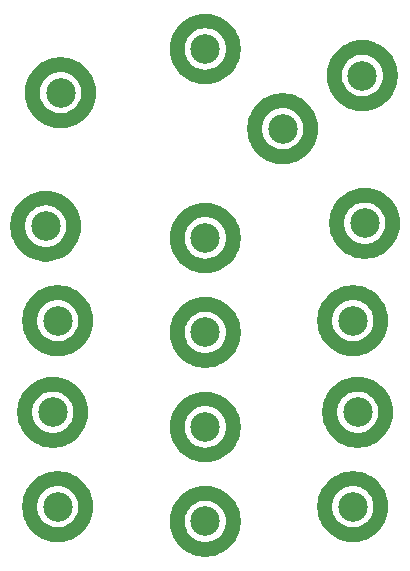
<source format=gtp>
%TF.GenerationSoftware,KiCad,Pcbnew,(5.1.9)-1*%
%TF.CreationDate,2021-01-14T19:29:22+00:00*%
%TF.ProjectId,Nokia_3310_Controller,4e6f6b69-615f-4333-9331-305f436f6e74,rev?*%
%TF.SameCoordinates,Original*%
%TF.FileFunction,Paste,Top*%
%TF.FilePolarity,Positive*%
%FSLAX46Y46*%
G04 Gerber Fmt 4.6, Leading zero omitted, Abs format (unit mm)*
G04 Created by KiCad (PCBNEW (5.1.9)-1) date 2021-01-14 19:29:22*
%MOMM*%
%LPD*%
G01*
G04 APERTURE LIST*
%ADD10C,0.100000*%
%ADD11C,2.500000*%
G04 APERTURE END LIST*
D10*
%TO.C,SW10*%
G36*
X168440191Y-130032470D02*
G01*
X168728941Y-130089906D01*
X169010670Y-130175368D01*
X169282665Y-130288032D01*
X169542308Y-130426814D01*
X169787098Y-130590377D01*
X170014677Y-130777147D01*
X170222853Y-130985323D01*
X170409623Y-131212902D01*
X170573186Y-131457692D01*
X170711968Y-131717335D01*
X170824632Y-131989330D01*
X170910094Y-132271059D01*
X170967530Y-132559809D01*
X170996386Y-132852797D01*
X170996386Y-132940285D01*
X170999247Y-132969333D01*
X170999247Y-133030667D01*
X170996386Y-133059715D01*
X170996386Y-133147203D01*
X170967530Y-133440191D01*
X170910094Y-133728941D01*
X170824632Y-134010670D01*
X170711968Y-134282665D01*
X170573186Y-134542308D01*
X170409623Y-134787098D01*
X170222853Y-135014677D01*
X170014677Y-135222853D01*
X169787098Y-135409623D01*
X169542308Y-135573186D01*
X169282665Y-135711968D01*
X169010670Y-135824632D01*
X168728941Y-135910094D01*
X168440191Y-135967530D01*
X168147203Y-135996386D01*
X167852797Y-135996386D01*
X167559809Y-135967530D01*
X167271059Y-135910094D01*
X166989330Y-135824632D01*
X166717335Y-135711968D01*
X166457692Y-135573186D01*
X166212902Y-135409623D01*
X165985323Y-135222853D01*
X165777147Y-135014677D01*
X165590377Y-134787098D01*
X165426814Y-134542308D01*
X165288032Y-134282665D01*
X165175368Y-134010670D01*
X165089906Y-133728941D01*
X165032470Y-133440191D01*
X165003614Y-133147203D01*
X165003614Y-132914132D01*
X166252108Y-132914132D01*
X166252108Y-133085868D01*
X166268941Y-133256778D01*
X166302445Y-133425215D01*
X166352298Y-133589557D01*
X166418019Y-133748221D01*
X166498975Y-133899680D01*
X166594387Y-134042474D01*
X166703336Y-134175228D01*
X166824772Y-134296664D01*
X166957526Y-134405613D01*
X167100320Y-134501025D01*
X167251779Y-134581981D01*
X167410443Y-134647702D01*
X167574785Y-134697555D01*
X167743222Y-134731059D01*
X167914132Y-134747892D01*
X168085868Y-134747892D01*
X168256778Y-134731059D01*
X168425215Y-134697555D01*
X168589557Y-134647702D01*
X168748221Y-134581981D01*
X168899680Y-134501025D01*
X169042474Y-134405613D01*
X169175228Y-134296664D01*
X169296664Y-134175228D01*
X169405613Y-134042474D01*
X169501025Y-133899680D01*
X169581981Y-133748221D01*
X169647702Y-133589557D01*
X169697555Y-133425215D01*
X169731059Y-133256778D01*
X169747892Y-133085868D01*
X169747892Y-132914132D01*
X169731059Y-132743222D01*
X169697555Y-132574785D01*
X169647702Y-132410443D01*
X169581981Y-132251779D01*
X169501025Y-132100320D01*
X169405613Y-131957526D01*
X169296664Y-131824772D01*
X169175228Y-131703336D01*
X169042474Y-131594387D01*
X168899680Y-131498975D01*
X168748221Y-131418019D01*
X168589557Y-131352298D01*
X168425215Y-131302445D01*
X168256778Y-131268941D01*
X168085868Y-131252108D01*
X167914132Y-131252108D01*
X167743222Y-131268941D01*
X167574785Y-131302445D01*
X167410443Y-131352298D01*
X167251779Y-131418019D01*
X167100320Y-131498975D01*
X166957526Y-131594387D01*
X166824772Y-131703336D01*
X166703336Y-131824772D01*
X166594387Y-131957526D01*
X166498975Y-132100320D01*
X166418019Y-132251779D01*
X166352298Y-132410443D01*
X166302445Y-132574785D01*
X166268941Y-132743222D01*
X166252108Y-132914132D01*
X165003614Y-132914132D01*
X165003614Y-132852797D01*
X165032470Y-132559809D01*
X165089906Y-132271059D01*
X165175368Y-131989330D01*
X165288032Y-131717335D01*
X165426814Y-131457692D01*
X165590377Y-131212902D01*
X165777147Y-130985323D01*
X165985323Y-130777147D01*
X166212902Y-130590377D01*
X166457692Y-130426814D01*
X166717335Y-130288032D01*
X166989330Y-130175368D01*
X167271059Y-130089906D01*
X167559809Y-130032470D01*
X167852797Y-130003614D01*
X168147203Y-130003614D01*
X168440191Y-130032470D01*
G37*
D11*
X168000000Y-133000000D03*
%TD*%
%TO.C,SW1*%
X143250000Y-113700000D03*
D10*
G36*
X143690191Y-110732470D02*
G01*
X143978941Y-110789906D01*
X144260670Y-110875368D01*
X144532665Y-110988032D01*
X144792308Y-111126814D01*
X145037098Y-111290377D01*
X145264677Y-111477147D01*
X145472853Y-111685323D01*
X145659623Y-111912902D01*
X145823186Y-112157692D01*
X145961968Y-112417335D01*
X146074632Y-112689330D01*
X146160094Y-112971059D01*
X146217530Y-113259809D01*
X146246386Y-113552797D01*
X146246386Y-113640285D01*
X146249247Y-113669333D01*
X146249247Y-113730667D01*
X146246386Y-113759715D01*
X146246386Y-113847203D01*
X146217530Y-114140191D01*
X146160094Y-114428941D01*
X146074632Y-114710670D01*
X145961968Y-114982665D01*
X145823186Y-115242308D01*
X145659623Y-115487098D01*
X145472853Y-115714677D01*
X145264677Y-115922853D01*
X145037098Y-116109623D01*
X144792308Y-116273186D01*
X144532665Y-116411968D01*
X144260670Y-116524632D01*
X143978941Y-116610094D01*
X143690191Y-116667530D01*
X143397203Y-116696386D01*
X143102797Y-116696386D01*
X142809809Y-116667530D01*
X142521059Y-116610094D01*
X142239330Y-116524632D01*
X141967335Y-116411968D01*
X141707692Y-116273186D01*
X141462902Y-116109623D01*
X141235323Y-115922853D01*
X141027147Y-115714677D01*
X140840377Y-115487098D01*
X140676814Y-115242308D01*
X140538032Y-114982665D01*
X140425368Y-114710670D01*
X140339906Y-114428941D01*
X140282470Y-114140191D01*
X140253614Y-113847203D01*
X140253614Y-113614132D01*
X141502108Y-113614132D01*
X141502108Y-113785868D01*
X141518941Y-113956778D01*
X141552445Y-114125215D01*
X141602298Y-114289557D01*
X141668019Y-114448221D01*
X141748975Y-114599680D01*
X141844387Y-114742474D01*
X141953336Y-114875228D01*
X142074772Y-114996664D01*
X142207526Y-115105613D01*
X142350320Y-115201025D01*
X142501779Y-115281981D01*
X142660443Y-115347702D01*
X142824785Y-115397555D01*
X142993222Y-115431059D01*
X143164132Y-115447892D01*
X143335868Y-115447892D01*
X143506778Y-115431059D01*
X143675215Y-115397555D01*
X143839557Y-115347702D01*
X143998221Y-115281981D01*
X144149680Y-115201025D01*
X144292474Y-115105613D01*
X144425228Y-114996664D01*
X144546664Y-114875228D01*
X144655613Y-114742474D01*
X144751025Y-114599680D01*
X144831981Y-114448221D01*
X144897702Y-114289557D01*
X144947555Y-114125215D01*
X144981059Y-113956778D01*
X144997892Y-113785868D01*
X144997892Y-113614132D01*
X144981059Y-113443222D01*
X144947555Y-113274785D01*
X144897702Y-113110443D01*
X144831981Y-112951779D01*
X144751025Y-112800320D01*
X144655613Y-112657526D01*
X144546664Y-112524772D01*
X144425228Y-112403336D01*
X144292474Y-112294387D01*
X144149680Y-112198975D01*
X143998221Y-112118019D01*
X143839557Y-112052298D01*
X143675215Y-112002445D01*
X143506778Y-111968941D01*
X143335868Y-111952108D01*
X143164132Y-111952108D01*
X142993222Y-111968941D01*
X142824785Y-112002445D01*
X142660443Y-112052298D01*
X142501779Y-112118019D01*
X142350320Y-112198975D01*
X142207526Y-112294387D01*
X142074772Y-112403336D01*
X141953336Y-112524772D01*
X141844387Y-112657526D01*
X141748975Y-112800320D01*
X141668019Y-112951779D01*
X141602298Y-113110443D01*
X141552445Y-113274785D01*
X141518941Y-113443222D01*
X141502108Y-113614132D01*
X140253614Y-113614132D01*
X140253614Y-113552797D01*
X140282470Y-113259809D01*
X140339906Y-112971059D01*
X140425368Y-112689330D01*
X140538032Y-112417335D01*
X140676814Y-112157692D01*
X140840377Y-111912902D01*
X141027147Y-111685323D01*
X141235323Y-111477147D01*
X141462902Y-111290377D01*
X141707692Y-111126814D01*
X141967335Y-110988032D01*
X142239330Y-110875368D01*
X142521059Y-110789906D01*
X142809809Y-110732470D01*
X143102797Y-110703614D01*
X143397203Y-110703614D01*
X143690191Y-110732470D01*
G37*
%TD*%
%TO.C,SW2*%
G36*
X155940191Y-107032470D02*
G01*
X156228941Y-107089906D01*
X156510670Y-107175368D01*
X156782665Y-107288032D01*
X157042308Y-107426814D01*
X157287098Y-107590377D01*
X157514677Y-107777147D01*
X157722853Y-107985323D01*
X157909623Y-108212902D01*
X158073186Y-108457692D01*
X158211968Y-108717335D01*
X158324632Y-108989330D01*
X158410094Y-109271059D01*
X158467530Y-109559809D01*
X158496386Y-109852797D01*
X158496386Y-109940285D01*
X158499247Y-109969333D01*
X158499247Y-110030667D01*
X158496386Y-110059715D01*
X158496386Y-110147203D01*
X158467530Y-110440191D01*
X158410094Y-110728941D01*
X158324632Y-111010670D01*
X158211968Y-111282665D01*
X158073186Y-111542308D01*
X157909623Y-111787098D01*
X157722853Y-112014677D01*
X157514677Y-112222853D01*
X157287098Y-112409623D01*
X157042308Y-112573186D01*
X156782665Y-112711968D01*
X156510670Y-112824632D01*
X156228941Y-112910094D01*
X155940191Y-112967530D01*
X155647203Y-112996386D01*
X155352797Y-112996386D01*
X155059809Y-112967530D01*
X154771059Y-112910094D01*
X154489330Y-112824632D01*
X154217335Y-112711968D01*
X153957692Y-112573186D01*
X153712902Y-112409623D01*
X153485323Y-112222853D01*
X153277147Y-112014677D01*
X153090377Y-111787098D01*
X152926814Y-111542308D01*
X152788032Y-111282665D01*
X152675368Y-111010670D01*
X152589906Y-110728941D01*
X152532470Y-110440191D01*
X152503614Y-110147203D01*
X152503614Y-109914132D01*
X153752108Y-109914132D01*
X153752108Y-110085868D01*
X153768941Y-110256778D01*
X153802445Y-110425215D01*
X153852298Y-110589557D01*
X153918019Y-110748221D01*
X153998975Y-110899680D01*
X154094387Y-111042474D01*
X154203336Y-111175228D01*
X154324772Y-111296664D01*
X154457526Y-111405613D01*
X154600320Y-111501025D01*
X154751779Y-111581981D01*
X154910443Y-111647702D01*
X155074785Y-111697555D01*
X155243222Y-111731059D01*
X155414132Y-111747892D01*
X155585868Y-111747892D01*
X155756778Y-111731059D01*
X155925215Y-111697555D01*
X156089557Y-111647702D01*
X156248221Y-111581981D01*
X156399680Y-111501025D01*
X156542474Y-111405613D01*
X156675228Y-111296664D01*
X156796664Y-111175228D01*
X156905613Y-111042474D01*
X157001025Y-110899680D01*
X157081981Y-110748221D01*
X157147702Y-110589557D01*
X157197555Y-110425215D01*
X157231059Y-110256778D01*
X157247892Y-110085868D01*
X157247892Y-109914132D01*
X157231059Y-109743222D01*
X157197555Y-109574785D01*
X157147702Y-109410443D01*
X157081981Y-109251779D01*
X157001025Y-109100320D01*
X156905613Y-108957526D01*
X156796664Y-108824772D01*
X156675228Y-108703336D01*
X156542474Y-108594387D01*
X156399680Y-108498975D01*
X156248221Y-108418019D01*
X156089557Y-108352298D01*
X155925215Y-108302445D01*
X155756778Y-108268941D01*
X155585868Y-108252108D01*
X155414132Y-108252108D01*
X155243222Y-108268941D01*
X155074785Y-108302445D01*
X154910443Y-108352298D01*
X154751779Y-108418019D01*
X154600320Y-108498975D01*
X154457526Y-108594387D01*
X154324772Y-108703336D01*
X154203336Y-108824772D01*
X154094387Y-108957526D01*
X153998975Y-109100320D01*
X153918019Y-109251779D01*
X153852298Y-109410443D01*
X153802445Y-109574785D01*
X153768941Y-109743222D01*
X153752108Y-109914132D01*
X152503614Y-109914132D01*
X152503614Y-109852797D01*
X152532470Y-109559809D01*
X152589906Y-109271059D01*
X152675368Y-108989330D01*
X152788032Y-108717335D01*
X152926814Y-108457692D01*
X153090377Y-108212902D01*
X153277147Y-107985323D01*
X153485323Y-107777147D01*
X153712902Y-107590377D01*
X153957692Y-107426814D01*
X154217335Y-107288032D01*
X154489330Y-107175368D01*
X154771059Y-107089906D01*
X155059809Y-107032470D01*
X155352797Y-107003614D01*
X155647203Y-107003614D01*
X155940191Y-107032470D01*
G37*
D11*
X155500000Y-110000000D03*
%TD*%
%TO.C,SW3*%
X168800000Y-112250000D03*
D10*
G36*
X169240191Y-109282470D02*
G01*
X169528941Y-109339906D01*
X169810670Y-109425368D01*
X170082665Y-109538032D01*
X170342308Y-109676814D01*
X170587098Y-109840377D01*
X170814677Y-110027147D01*
X171022853Y-110235323D01*
X171209623Y-110462902D01*
X171373186Y-110707692D01*
X171511968Y-110967335D01*
X171624632Y-111239330D01*
X171710094Y-111521059D01*
X171767530Y-111809809D01*
X171796386Y-112102797D01*
X171796386Y-112190285D01*
X171799247Y-112219333D01*
X171799247Y-112280667D01*
X171796386Y-112309715D01*
X171796386Y-112397203D01*
X171767530Y-112690191D01*
X171710094Y-112978941D01*
X171624632Y-113260670D01*
X171511968Y-113532665D01*
X171373186Y-113792308D01*
X171209623Y-114037098D01*
X171022853Y-114264677D01*
X170814677Y-114472853D01*
X170587098Y-114659623D01*
X170342308Y-114823186D01*
X170082665Y-114961968D01*
X169810670Y-115074632D01*
X169528941Y-115160094D01*
X169240191Y-115217530D01*
X168947203Y-115246386D01*
X168652797Y-115246386D01*
X168359809Y-115217530D01*
X168071059Y-115160094D01*
X167789330Y-115074632D01*
X167517335Y-114961968D01*
X167257692Y-114823186D01*
X167012902Y-114659623D01*
X166785323Y-114472853D01*
X166577147Y-114264677D01*
X166390377Y-114037098D01*
X166226814Y-113792308D01*
X166088032Y-113532665D01*
X165975368Y-113260670D01*
X165889906Y-112978941D01*
X165832470Y-112690191D01*
X165803614Y-112397203D01*
X165803614Y-112164132D01*
X167052108Y-112164132D01*
X167052108Y-112335868D01*
X167068941Y-112506778D01*
X167102445Y-112675215D01*
X167152298Y-112839557D01*
X167218019Y-112998221D01*
X167298975Y-113149680D01*
X167394387Y-113292474D01*
X167503336Y-113425228D01*
X167624772Y-113546664D01*
X167757526Y-113655613D01*
X167900320Y-113751025D01*
X168051779Y-113831981D01*
X168210443Y-113897702D01*
X168374785Y-113947555D01*
X168543222Y-113981059D01*
X168714132Y-113997892D01*
X168885868Y-113997892D01*
X169056778Y-113981059D01*
X169225215Y-113947555D01*
X169389557Y-113897702D01*
X169548221Y-113831981D01*
X169699680Y-113751025D01*
X169842474Y-113655613D01*
X169975228Y-113546664D01*
X170096664Y-113425228D01*
X170205613Y-113292474D01*
X170301025Y-113149680D01*
X170381981Y-112998221D01*
X170447702Y-112839557D01*
X170497555Y-112675215D01*
X170531059Y-112506778D01*
X170547892Y-112335868D01*
X170547892Y-112164132D01*
X170531059Y-111993222D01*
X170497555Y-111824785D01*
X170447702Y-111660443D01*
X170381981Y-111501779D01*
X170301025Y-111350320D01*
X170205613Y-111207526D01*
X170096664Y-111074772D01*
X169975228Y-110953336D01*
X169842474Y-110844387D01*
X169699680Y-110748975D01*
X169548221Y-110668019D01*
X169389557Y-110602298D01*
X169225215Y-110552445D01*
X169056778Y-110518941D01*
X168885868Y-110502108D01*
X168714132Y-110502108D01*
X168543222Y-110518941D01*
X168374785Y-110552445D01*
X168210443Y-110602298D01*
X168051779Y-110668019D01*
X167900320Y-110748975D01*
X167757526Y-110844387D01*
X167624772Y-110953336D01*
X167503336Y-111074772D01*
X167394387Y-111207526D01*
X167298975Y-111350320D01*
X167218019Y-111501779D01*
X167152298Y-111660443D01*
X167102445Y-111824785D01*
X167068941Y-111993222D01*
X167052108Y-112164132D01*
X165803614Y-112164132D01*
X165803614Y-112102797D01*
X165832470Y-111809809D01*
X165889906Y-111521059D01*
X165975368Y-111239330D01*
X166088032Y-110967335D01*
X166226814Y-110707692D01*
X166390377Y-110462902D01*
X166577147Y-110235323D01*
X166785323Y-110027147D01*
X167012902Y-109840377D01*
X167257692Y-109676814D01*
X167517335Y-109538032D01*
X167789330Y-109425368D01*
X168071059Y-109339906D01*
X168359809Y-109282470D01*
X168652797Y-109253614D01*
X168947203Y-109253614D01*
X169240191Y-109282470D01*
G37*
%TD*%
%TO.C,SW4*%
G36*
X162490191Y-113782470D02*
G01*
X162778941Y-113839906D01*
X163060670Y-113925368D01*
X163332665Y-114038032D01*
X163592308Y-114176814D01*
X163837098Y-114340377D01*
X164064677Y-114527147D01*
X164272853Y-114735323D01*
X164459623Y-114962902D01*
X164623186Y-115207692D01*
X164761968Y-115467335D01*
X164874632Y-115739330D01*
X164960094Y-116021059D01*
X165017530Y-116309809D01*
X165046386Y-116602797D01*
X165046386Y-116690285D01*
X165049247Y-116719333D01*
X165049247Y-116780667D01*
X165046386Y-116809715D01*
X165046386Y-116897203D01*
X165017530Y-117190191D01*
X164960094Y-117478941D01*
X164874632Y-117760670D01*
X164761968Y-118032665D01*
X164623186Y-118292308D01*
X164459623Y-118537098D01*
X164272853Y-118764677D01*
X164064677Y-118972853D01*
X163837098Y-119159623D01*
X163592308Y-119323186D01*
X163332665Y-119461968D01*
X163060670Y-119574632D01*
X162778941Y-119660094D01*
X162490191Y-119717530D01*
X162197203Y-119746386D01*
X161902797Y-119746386D01*
X161609809Y-119717530D01*
X161321059Y-119660094D01*
X161039330Y-119574632D01*
X160767335Y-119461968D01*
X160507692Y-119323186D01*
X160262902Y-119159623D01*
X160035323Y-118972853D01*
X159827147Y-118764677D01*
X159640377Y-118537098D01*
X159476814Y-118292308D01*
X159338032Y-118032665D01*
X159225368Y-117760670D01*
X159139906Y-117478941D01*
X159082470Y-117190191D01*
X159053614Y-116897203D01*
X159053614Y-116664132D01*
X160302108Y-116664132D01*
X160302108Y-116835868D01*
X160318941Y-117006778D01*
X160352445Y-117175215D01*
X160402298Y-117339557D01*
X160468019Y-117498221D01*
X160548975Y-117649680D01*
X160644387Y-117792474D01*
X160753336Y-117925228D01*
X160874772Y-118046664D01*
X161007526Y-118155613D01*
X161150320Y-118251025D01*
X161301779Y-118331981D01*
X161460443Y-118397702D01*
X161624785Y-118447555D01*
X161793222Y-118481059D01*
X161964132Y-118497892D01*
X162135868Y-118497892D01*
X162306778Y-118481059D01*
X162475215Y-118447555D01*
X162639557Y-118397702D01*
X162798221Y-118331981D01*
X162949680Y-118251025D01*
X163092474Y-118155613D01*
X163225228Y-118046664D01*
X163346664Y-117925228D01*
X163455613Y-117792474D01*
X163551025Y-117649680D01*
X163631981Y-117498221D01*
X163697702Y-117339557D01*
X163747555Y-117175215D01*
X163781059Y-117006778D01*
X163797892Y-116835868D01*
X163797892Y-116664132D01*
X163781059Y-116493222D01*
X163747555Y-116324785D01*
X163697702Y-116160443D01*
X163631981Y-116001779D01*
X163551025Y-115850320D01*
X163455613Y-115707526D01*
X163346664Y-115574772D01*
X163225228Y-115453336D01*
X163092474Y-115344387D01*
X162949680Y-115248975D01*
X162798221Y-115168019D01*
X162639557Y-115102298D01*
X162475215Y-115052445D01*
X162306778Y-115018941D01*
X162135868Y-115002108D01*
X161964132Y-115002108D01*
X161793222Y-115018941D01*
X161624785Y-115052445D01*
X161460443Y-115102298D01*
X161301779Y-115168019D01*
X161150320Y-115248975D01*
X161007526Y-115344387D01*
X160874772Y-115453336D01*
X160753336Y-115574772D01*
X160644387Y-115707526D01*
X160548975Y-115850320D01*
X160468019Y-116001779D01*
X160402298Y-116160443D01*
X160352445Y-116324785D01*
X160318941Y-116493222D01*
X160302108Y-116664132D01*
X159053614Y-116664132D01*
X159053614Y-116602797D01*
X159082470Y-116309809D01*
X159139906Y-116021059D01*
X159225368Y-115739330D01*
X159338032Y-115467335D01*
X159476814Y-115207692D01*
X159640377Y-114962902D01*
X159827147Y-114735323D01*
X160035323Y-114527147D01*
X160262902Y-114340377D01*
X160507692Y-114176814D01*
X160767335Y-114038032D01*
X161039330Y-113925368D01*
X161321059Y-113839906D01*
X161609809Y-113782470D01*
X161902797Y-113753614D01*
X162197203Y-113753614D01*
X162490191Y-113782470D01*
G37*
D11*
X162050000Y-116750000D03*
%TD*%
%TO.C,SW5*%
X142000000Y-125000000D03*
D10*
G36*
X142440191Y-122032470D02*
G01*
X142728941Y-122089906D01*
X143010670Y-122175368D01*
X143282665Y-122288032D01*
X143542308Y-122426814D01*
X143787098Y-122590377D01*
X144014677Y-122777147D01*
X144222853Y-122985323D01*
X144409623Y-123212902D01*
X144573186Y-123457692D01*
X144711968Y-123717335D01*
X144824632Y-123989330D01*
X144910094Y-124271059D01*
X144967530Y-124559809D01*
X144996386Y-124852797D01*
X144996386Y-124940285D01*
X144999247Y-124969333D01*
X144999247Y-125030667D01*
X144996386Y-125059715D01*
X144996386Y-125147203D01*
X144967530Y-125440191D01*
X144910094Y-125728941D01*
X144824632Y-126010670D01*
X144711968Y-126282665D01*
X144573186Y-126542308D01*
X144409623Y-126787098D01*
X144222853Y-127014677D01*
X144014677Y-127222853D01*
X143787098Y-127409623D01*
X143542308Y-127573186D01*
X143282665Y-127711968D01*
X143010670Y-127824632D01*
X142728941Y-127910094D01*
X142440191Y-127967530D01*
X142147203Y-127996386D01*
X141852797Y-127996386D01*
X141559809Y-127967530D01*
X141271059Y-127910094D01*
X140989330Y-127824632D01*
X140717335Y-127711968D01*
X140457692Y-127573186D01*
X140212902Y-127409623D01*
X139985323Y-127222853D01*
X139777147Y-127014677D01*
X139590377Y-126787098D01*
X139426814Y-126542308D01*
X139288032Y-126282665D01*
X139175368Y-126010670D01*
X139089906Y-125728941D01*
X139032470Y-125440191D01*
X139003614Y-125147203D01*
X139003614Y-124914132D01*
X140252108Y-124914132D01*
X140252108Y-125085868D01*
X140268941Y-125256778D01*
X140302445Y-125425215D01*
X140352298Y-125589557D01*
X140418019Y-125748221D01*
X140498975Y-125899680D01*
X140594387Y-126042474D01*
X140703336Y-126175228D01*
X140824772Y-126296664D01*
X140957526Y-126405613D01*
X141100320Y-126501025D01*
X141251779Y-126581981D01*
X141410443Y-126647702D01*
X141574785Y-126697555D01*
X141743222Y-126731059D01*
X141914132Y-126747892D01*
X142085868Y-126747892D01*
X142256778Y-126731059D01*
X142425215Y-126697555D01*
X142589557Y-126647702D01*
X142748221Y-126581981D01*
X142899680Y-126501025D01*
X143042474Y-126405613D01*
X143175228Y-126296664D01*
X143296664Y-126175228D01*
X143405613Y-126042474D01*
X143501025Y-125899680D01*
X143581981Y-125748221D01*
X143647702Y-125589557D01*
X143697555Y-125425215D01*
X143731059Y-125256778D01*
X143747892Y-125085868D01*
X143747892Y-124914132D01*
X143731059Y-124743222D01*
X143697555Y-124574785D01*
X143647702Y-124410443D01*
X143581981Y-124251779D01*
X143501025Y-124100320D01*
X143405613Y-123957526D01*
X143296664Y-123824772D01*
X143175228Y-123703336D01*
X143042474Y-123594387D01*
X142899680Y-123498975D01*
X142748221Y-123418019D01*
X142589557Y-123352298D01*
X142425215Y-123302445D01*
X142256778Y-123268941D01*
X142085868Y-123252108D01*
X141914132Y-123252108D01*
X141743222Y-123268941D01*
X141574785Y-123302445D01*
X141410443Y-123352298D01*
X141251779Y-123418019D01*
X141100320Y-123498975D01*
X140957526Y-123594387D01*
X140824772Y-123703336D01*
X140703336Y-123824772D01*
X140594387Y-123957526D01*
X140498975Y-124100320D01*
X140418019Y-124251779D01*
X140352298Y-124410443D01*
X140302445Y-124574785D01*
X140268941Y-124743222D01*
X140252108Y-124914132D01*
X139003614Y-124914132D01*
X139003614Y-124852797D01*
X139032470Y-124559809D01*
X139089906Y-124271059D01*
X139175368Y-123989330D01*
X139288032Y-123717335D01*
X139426814Y-123457692D01*
X139590377Y-123212902D01*
X139777147Y-122985323D01*
X139985323Y-122777147D01*
X140212902Y-122590377D01*
X140457692Y-122426814D01*
X140717335Y-122288032D01*
X140989330Y-122175368D01*
X141271059Y-122089906D01*
X141559809Y-122032470D01*
X141852797Y-122003614D01*
X142147203Y-122003614D01*
X142440191Y-122032470D01*
G37*
%TD*%
%TO.C,SW6*%
G36*
X155940191Y-123032470D02*
G01*
X156228941Y-123089906D01*
X156510670Y-123175368D01*
X156782665Y-123288032D01*
X157042308Y-123426814D01*
X157287098Y-123590377D01*
X157514677Y-123777147D01*
X157722853Y-123985323D01*
X157909623Y-124212902D01*
X158073186Y-124457692D01*
X158211968Y-124717335D01*
X158324632Y-124989330D01*
X158410094Y-125271059D01*
X158467530Y-125559809D01*
X158496386Y-125852797D01*
X158496386Y-125940285D01*
X158499247Y-125969333D01*
X158499247Y-126030667D01*
X158496386Y-126059715D01*
X158496386Y-126147203D01*
X158467530Y-126440191D01*
X158410094Y-126728941D01*
X158324632Y-127010670D01*
X158211968Y-127282665D01*
X158073186Y-127542308D01*
X157909623Y-127787098D01*
X157722853Y-128014677D01*
X157514677Y-128222853D01*
X157287098Y-128409623D01*
X157042308Y-128573186D01*
X156782665Y-128711968D01*
X156510670Y-128824632D01*
X156228941Y-128910094D01*
X155940191Y-128967530D01*
X155647203Y-128996386D01*
X155352797Y-128996386D01*
X155059809Y-128967530D01*
X154771059Y-128910094D01*
X154489330Y-128824632D01*
X154217335Y-128711968D01*
X153957692Y-128573186D01*
X153712902Y-128409623D01*
X153485323Y-128222853D01*
X153277147Y-128014677D01*
X153090377Y-127787098D01*
X152926814Y-127542308D01*
X152788032Y-127282665D01*
X152675368Y-127010670D01*
X152589906Y-126728941D01*
X152532470Y-126440191D01*
X152503614Y-126147203D01*
X152503614Y-125914132D01*
X153752108Y-125914132D01*
X153752108Y-126085868D01*
X153768941Y-126256778D01*
X153802445Y-126425215D01*
X153852298Y-126589557D01*
X153918019Y-126748221D01*
X153998975Y-126899680D01*
X154094387Y-127042474D01*
X154203336Y-127175228D01*
X154324772Y-127296664D01*
X154457526Y-127405613D01*
X154600320Y-127501025D01*
X154751779Y-127581981D01*
X154910443Y-127647702D01*
X155074785Y-127697555D01*
X155243222Y-127731059D01*
X155414132Y-127747892D01*
X155585868Y-127747892D01*
X155756778Y-127731059D01*
X155925215Y-127697555D01*
X156089557Y-127647702D01*
X156248221Y-127581981D01*
X156399680Y-127501025D01*
X156542474Y-127405613D01*
X156675228Y-127296664D01*
X156796664Y-127175228D01*
X156905613Y-127042474D01*
X157001025Y-126899680D01*
X157081981Y-126748221D01*
X157147702Y-126589557D01*
X157197555Y-126425215D01*
X157231059Y-126256778D01*
X157247892Y-126085868D01*
X157247892Y-125914132D01*
X157231059Y-125743222D01*
X157197555Y-125574785D01*
X157147702Y-125410443D01*
X157081981Y-125251779D01*
X157001025Y-125100320D01*
X156905613Y-124957526D01*
X156796664Y-124824772D01*
X156675228Y-124703336D01*
X156542474Y-124594387D01*
X156399680Y-124498975D01*
X156248221Y-124418019D01*
X156089557Y-124352298D01*
X155925215Y-124302445D01*
X155756778Y-124268941D01*
X155585868Y-124252108D01*
X155414132Y-124252108D01*
X155243222Y-124268941D01*
X155074785Y-124302445D01*
X154910443Y-124352298D01*
X154751779Y-124418019D01*
X154600320Y-124498975D01*
X154457526Y-124594387D01*
X154324772Y-124703336D01*
X154203336Y-124824772D01*
X154094387Y-124957526D01*
X153998975Y-125100320D01*
X153918019Y-125251779D01*
X153852298Y-125410443D01*
X153802445Y-125574785D01*
X153768941Y-125743222D01*
X153752108Y-125914132D01*
X152503614Y-125914132D01*
X152503614Y-125852797D01*
X152532470Y-125559809D01*
X152589906Y-125271059D01*
X152675368Y-124989330D01*
X152788032Y-124717335D01*
X152926814Y-124457692D01*
X153090377Y-124212902D01*
X153277147Y-123985323D01*
X153485323Y-123777147D01*
X153712902Y-123590377D01*
X153957692Y-123426814D01*
X154217335Y-123288032D01*
X154489330Y-123175368D01*
X154771059Y-123089906D01*
X155059809Y-123032470D01*
X155352797Y-123003614D01*
X155647203Y-123003614D01*
X155940191Y-123032470D01*
G37*
D11*
X155500000Y-126000000D03*
%TD*%
%TO.C,SW7*%
X169000000Y-124750000D03*
D10*
G36*
X169440191Y-121782470D02*
G01*
X169728941Y-121839906D01*
X170010670Y-121925368D01*
X170282665Y-122038032D01*
X170542308Y-122176814D01*
X170787098Y-122340377D01*
X171014677Y-122527147D01*
X171222853Y-122735323D01*
X171409623Y-122962902D01*
X171573186Y-123207692D01*
X171711968Y-123467335D01*
X171824632Y-123739330D01*
X171910094Y-124021059D01*
X171967530Y-124309809D01*
X171996386Y-124602797D01*
X171996386Y-124690285D01*
X171999247Y-124719333D01*
X171999247Y-124780667D01*
X171996386Y-124809715D01*
X171996386Y-124897203D01*
X171967530Y-125190191D01*
X171910094Y-125478941D01*
X171824632Y-125760670D01*
X171711968Y-126032665D01*
X171573186Y-126292308D01*
X171409623Y-126537098D01*
X171222853Y-126764677D01*
X171014677Y-126972853D01*
X170787098Y-127159623D01*
X170542308Y-127323186D01*
X170282665Y-127461968D01*
X170010670Y-127574632D01*
X169728941Y-127660094D01*
X169440191Y-127717530D01*
X169147203Y-127746386D01*
X168852797Y-127746386D01*
X168559809Y-127717530D01*
X168271059Y-127660094D01*
X167989330Y-127574632D01*
X167717335Y-127461968D01*
X167457692Y-127323186D01*
X167212902Y-127159623D01*
X166985323Y-126972853D01*
X166777147Y-126764677D01*
X166590377Y-126537098D01*
X166426814Y-126292308D01*
X166288032Y-126032665D01*
X166175368Y-125760670D01*
X166089906Y-125478941D01*
X166032470Y-125190191D01*
X166003614Y-124897203D01*
X166003614Y-124664132D01*
X167252108Y-124664132D01*
X167252108Y-124835868D01*
X167268941Y-125006778D01*
X167302445Y-125175215D01*
X167352298Y-125339557D01*
X167418019Y-125498221D01*
X167498975Y-125649680D01*
X167594387Y-125792474D01*
X167703336Y-125925228D01*
X167824772Y-126046664D01*
X167957526Y-126155613D01*
X168100320Y-126251025D01*
X168251779Y-126331981D01*
X168410443Y-126397702D01*
X168574785Y-126447555D01*
X168743222Y-126481059D01*
X168914132Y-126497892D01*
X169085868Y-126497892D01*
X169256778Y-126481059D01*
X169425215Y-126447555D01*
X169589557Y-126397702D01*
X169748221Y-126331981D01*
X169899680Y-126251025D01*
X170042474Y-126155613D01*
X170175228Y-126046664D01*
X170296664Y-125925228D01*
X170405613Y-125792474D01*
X170501025Y-125649680D01*
X170581981Y-125498221D01*
X170647702Y-125339557D01*
X170697555Y-125175215D01*
X170731059Y-125006778D01*
X170747892Y-124835868D01*
X170747892Y-124664132D01*
X170731059Y-124493222D01*
X170697555Y-124324785D01*
X170647702Y-124160443D01*
X170581981Y-124001779D01*
X170501025Y-123850320D01*
X170405613Y-123707526D01*
X170296664Y-123574772D01*
X170175228Y-123453336D01*
X170042474Y-123344387D01*
X169899680Y-123248975D01*
X169748221Y-123168019D01*
X169589557Y-123102298D01*
X169425215Y-123052445D01*
X169256778Y-123018941D01*
X169085868Y-123002108D01*
X168914132Y-123002108D01*
X168743222Y-123018941D01*
X168574785Y-123052445D01*
X168410443Y-123102298D01*
X168251779Y-123168019D01*
X168100320Y-123248975D01*
X167957526Y-123344387D01*
X167824772Y-123453336D01*
X167703336Y-123574772D01*
X167594387Y-123707526D01*
X167498975Y-123850320D01*
X167418019Y-124001779D01*
X167352298Y-124160443D01*
X167302445Y-124324785D01*
X167268941Y-124493222D01*
X167252108Y-124664132D01*
X166003614Y-124664132D01*
X166003614Y-124602797D01*
X166032470Y-124309809D01*
X166089906Y-124021059D01*
X166175368Y-123739330D01*
X166288032Y-123467335D01*
X166426814Y-123207692D01*
X166590377Y-122962902D01*
X166777147Y-122735323D01*
X166985323Y-122527147D01*
X167212902Y-122340377D01*
X167457692Y-122176814D01*
X167717335Y-122038032D01*
X167989330Y-121925368D01*
X168271059Y-121839906D01*
X168559809Y-121782470D01*
X168852797Y-121753614D01*
X169147203Y-121753614D01*
X169440191Y-121782470D01*
G37*
%TD*%
%TO.C,SW8*%
G36*
X143440191Y-130032470D02*
G01*
X143728941Y-130089906D01*
X144010670Y-130175368D01*
X144282665Y-130288032D01*
X144542308Y-130426814D01*
X144787098Y-130590377D01*
X145014677Y-130777147D01*
X145222853Y-130985323D01*
X145409623Y-131212902D01*
X145573186Y-131457692D01*
X145711968Y-131717335D01*
X145824632Y-131989330D01*
X145910094Y-132271059D01*
X145967530Y-132559809D01*
X145996386Y-132852797D01*
X145996386Y-132940285D01*
X145999247Y-132969333D01*
X145999247Y-133030667D01*
X145996386Y-133059715D01*
X145996386Y-133147203D01*
X145967530Y-133440191D01*
X145910094Y-133728941D01*
X145824632Y-134010670D01*
X145711968Y-134282665D01*
X145573186Y-134542308D01*
X145409623Y-134787098D01*
X145222853Y-135014677D01*
X145014677Y-135222853D01*
X144787098Y-135409623D01*
X144542308Y-135573186D01*
X144282665Y-135711968D01*
X144010670Y-135824632D01*
X143728941Y-135910094D01*
X143440191Y-135967530D01*
X143147203Y-135996386D01*
X142852797Y-135996386D01*
X142559809Y-135967530D01*
X142271059Y-135910094D01*
X141989330Y-135824632D01*
X141717335Y-135711968D01*
X141457692Y-135573186D01*
X141212902Y-135409623D01*
X140985323Y-135222853D01*
X140777147Y-135014677D01*
X140590377Y-134787098D01*
X140426814Y-134542308D01*
X140288032Y-134282665D01*
X140175368Y-134010670D01*
X140089906Y-133728941D01*
X140032470Y-133440191D01*
X140003614Y-133147203D01*
X140003614Y-132914132D01*
X141252108Y-132914132D01*
X141252108Y-133085868D01*
X141268941Y-133256778D01*
X141302445Y-133425215D01*
X141352298Y-133589557D01*
X141418019Y-133748221D01*
X141498975Y-133899680D01*
X141594387Y-134042474D01*
X141703336Y-134175228D01*
X141824772Y-134296664D01*
X141957526Y-134405613D01*
X142100320Y-134501025D01*
X142251779Y-134581981D01*
X142410443Y-134647702D01*
X142574785Y-134697555D01*
X142743222Y-134731059D01*
X142914132Y-134747892D01*
X143085868Y-134747892D01*
X143256778Y-134731059D01*
X143425215Y-134697555D01*
X143589557Y-134647702D01*
X143748221Y-134581981D01*
X143899680Y-134501025D01*
X144042474Y-134405613D01*
X144175228Y-134296664D01*
X144296664Y-134175228D01*
X144405613Y-134042474D01*
X144501025Y-133899680D01*
X144581981Y-133748221D01*
X144647702Y-133589557D01*
X144697555Y-133425215D01*
X144731059Y-133256778D01*
X144747892Y-133085868D01*
X144747892Y-132914132D01*
X144731059Y-132743222D01*
X144697555Y-132574785D01*
X144647702Y-132410443D01*
X144581981Y-132251779D01*
X144501025Y-132100320D01*
X144405613Y-131957526D01*
X144296664Y-131824772D01*
X144175228Y-131703336D01*
X144042474Y-131594387D01*
X143899680Y-131498975D01*
X143748221Y-131418019D01*
X143589557Y-131352298D01*
X143425215Y-131302445D01*
X143256778Y-131268941D01*
X143085868Y-131252108D01*
X142914132Y-131252108D01*
X142743222Y-131268941D01*
X142574785Y-131302445D01*
X142410443Y-131352298D01*
X142251779Y-131418019D01*
X142100320Y-131498975D01*
X141957526Y-131594387D01*
X141824772Y-131703336D01*
X141703336Y-131824772D01*
X141594387Y-131957526D01*
X141498975Y-132100320D01*
X141418019Y-132251779D01*
X141352298Y-132410443D01*
X141302445Y-132574785D01*
X141268941Y-132743222D01*
X141252108Y-132914132D01*
X140003614Y-132914132D01*
X140003614Y-132852797D01*
X140032470Y-132559809D01*
X140089906Y-132271059D01*
X140175368Y-131989330D01*
X140288032Y-131717335D01*
X140426814Y-131457692D01*
X140590377Y-131212902D01*
X140777147Y-130985323D01*
X140985323Y-130777147D01*
X141212902Y-130590377D01*
X141457692Y-130426814D01*
X141717335Y-130288032D01*
X141989330Y-130175368D01*
X142271059Y-130089906D01*
X142559809Y-130032470D01*
X142852797Y-130003614D01*
X143147203Y-130003614D01*
X143440191Y-130032470D01*
G37*
D11*
X143000000Y-133000000D03*
%TD*%
%TO.C,SW9*%
X155500000Y-134000000D03*
D10*
G36*
X155940191Y-131032470D02*
G01*
X156228941Y-131089906D01*
X156510670Y-131175368D01*
X156782665Y-131288032D01*
X157042308Y-131426814D01*
X157287098Y-131590377D01*
X157514677Y-131777147D01*
X157722853Y-131985323D01*
X157909623Y-132212902D01*
X158073186Y-132457692D01*
X158211968Y-132717335D01*
X158324632Y-132989330D01*
X158410094Y-133271059D01*
X158467530Y-133559809D01*
X158496386Y-133852797D01*
X158496386Y-133940285D01*
X158499247Y-133969333D01*
X158499247Y-134030667D01*
X158496386Y-134059715D01*
X158496386Y-134147203D01*
X158467530Y-134440191D01*
X158410094Y-134728941D01*
X158324632Y-135010670D01*
X158211968Y-135282665D01*
X158073186Y-135542308D01*
X157909623Y-135787098D01*
X157722853Y-136014677D01*
X157514677Y-136222853D01*
X157287098Y-136409623D01*
X157042308Y-136573186D01*
X156782665Y-136711968D01*
X156510670Y-136824632D01*
X156228941Y-136910094D01*
X155940191Y-136967530D01*
X155647203Y-136996386D01*
X155352797Y-136996386D01*
X155059809Y-136967530D01*
X154771059Y-136910094D01*
X154489330Y-136824632D01*
X154217335Y-136711968D01*
X153957692Y-136573186D01*
X153712902Y-136409623D01*
X153485323Y-136222853D01*
X153277147Y-136014677D01*
X153090377Y-135787098D01*
X152926814Y-135542308D01*
X152788032Y-135282665D01*
X152675368Y-135010670D01*
X152589906Y-134728941D01*
X152532470Y-134440191D01*
X152503614Y-134147203D01*
X152503614Y-133914132D01*
X153752108Y-133914132D01*
X153752108Y-134085868D01*
X153768941Y-134256778D01*
X153802445Y-134425215D01*
X153852298Y-134589557D01*
X153918019Y-134748221D01*
X153998975Y-134899680D01*
X154094387Y-135042474D01*
X154203336Y-135175228D01*
X154324772Y-135296664D01*
X154457526Y-135405613D01*
X154600320Y-135501025D01*
X154751779Y-135581981D01*
X154910443Y-135647702D01*
X155074785Y-135697555D01*
X155243222Y-135731059D01*
X155414132Y-135747892D01*
X155585868Y-135747892D01*
X155756778Y-135731059D01*
X155925215Y-135697555D01*
X156089557Y-135647702D01*
X156248221Y-135581981D01*
X156399680Y-135501025D01*
X156542474Y-135405613D01*
X156675228Y-135296664D01*
X156796664Y-135175228D01*
X156905613Y-135042474D01*
X157001025Y-134899680D01*
X157081981Y-134748221D01*
X157147702Y-134589557D01*
X157197555Y-134425215D01*
X157231059Y-134256778D01*
X157247892Y-134085868D01*
X157247892Y-133914132D01*
X157231059Y-133743222D01*
X157197555Y-133574785D01*
X157147702Y-133410443D01*
X157081981Y-133251779D01*
X157001025Y-133100320D01*
X156905613Y-132957526D01*
X156796664Y-132824772D01*
X156675228Y-132703336D01*
X156542474Y-132594387D01*
X156399680Y-132498975D01*
X156248221Y-132418019D01*
X156089557Y-132352298D01*
X155925215Y-132302445D01*
X155756778Y-132268941D01*
X155585868Y-132252108D01*
X155414132Y-132252108D01*
X155243222Y-132268941D01*
X155074785Y-132302445D01*
X154910443Y-132352298D01*
X154751779Y-132418019D01*
X154600320Y-132498975D01*
X154457526Y-132594387D01*
X154324772Y-132703336D01*
X154203336Y-132824772D01*
X154094387Y-132957526D01*
X153998975Y-133100320D01*
X153918019Y-133251779D01*
X153852298Y-133410443D01*
X153802445Y-133574785D01*
X153768941Y-133743222D01*
X153752108Y-133914132D01*
X152503614Y-133914132D01*
X152503614Y-133852797D01*
X152532470Y-133559809D01*
X152589906Y-133271059D01*
X152675368Y-132989330D01*
X152788032Y-132717335D01*
X152926814Y-132457692D01*
X153090377Y-132212902D01*
X153277147Y-131985323D01*
X153485323Y-131777147D01*
X153712902Y-131590377D01*
X153957692Y-131426814D01*
X154217335Y-131288032D01*
X154489330Y-131175368D01*
X154771059Y-131089906D01*
X155059809Y-131032470D01*
X155352797Y-131003614D01*
X155647203Y-131003614D01*
X155940191Y-131032470D01*
G37*
%TD*%
D11*
%TO.C,SW11*%
X142600000Y-140750000D03*
D10*
G36*
X143040191Y-137782470D02*
G01*
X143328941Y-137839906D01*
X143610670Y-137925368D01*
X143882665Y-138038032D01*
X144142308Y-138176814D01*
X144387098Y-138340377D01*
X144614677Y-138527147D01*
X144822853Y-138735323D01*
X145009623Y-138962902D01*
X145173186Y-139207692D01*
X145311968Y-139467335D01*
X145424632Y-139739330D01*
X145510094Y-140021059D01*
X145567530Y-140309809D01*
X145596386Y-140602797D01*
X145596386Y-140690285D01*
X145599247Y-140719333D01*
X145599247Y-140780667D01*
X145596386Y-140809715D01*
X145596386Y-140897203D01*
X145567530Y-141190191D01*
X145510094Y-141478941D01*
X145424632Y-141760670D01*
X145311968Y-142032665D01*
X145173186Y-142292308D01*
X145009623Y-142537098D01*
X144822853Y-142764677D01*
X144614677Y-142972853D01*
X144387098Y-143159623D01*
X144142308Y-143323186D01*
X143882665Y-143461968D01*
X143610670Y-143574632D01*
X143328941Y-143660094D01*
X143040191Y-143717530D01*
X142747203Y-143746386D01*
X142452797Y-143746386D01*
X142159809Y-143717530D01*
X141871059Y-143660094D01*
X141589330Y-143574632D01*
X141317335Y-143461968D01*
X141057692Y-143323186D01*
X140812902Y-143159623D01*
X140585323Y-142972853D01*
X140377147Y-142764677D01*
X140190377Y-142537098D01*
X140026814Y-142292308D01*
X139888032Y-142032665D01*
X139775368Y-141760670D01*
X139689906Y-141478941D01*
X139632470Y-141190191D01*
X139603614Y-140897203D01*
X139603614Y-140664132D01*
X140852108Y-140664132D01*
X140852108Y-140835868D01*
X140868941Y-141006778D01*
X140902445Y-141175215D01*
X140952298Y-141339557D01*
X141018019Y-141498221D01*
X141098975Y-141649680D01*
X141194387Y-141792474D01*
X141303336Y-141925228D01*
X141424772Y-142046664D01*
X141557526Y-142155613D01*
X141700320Y-142251025D01*
X141851779Y-142331981D01*
X142010443Y-142397702D01*
X142174785Y-142447555D01*
X142343222Y-142481059D01*
X142514132Y-142497892D01*
X142685868Y-142497892D01*
X142856778Y-142481059D01*
X143025215Y-142447555D01*
X143189557Y-142397702D01*
X143348221Y-142331981D01*
X143499680Y-142251025D01*
X143642474Y-142155613D01*
X143775228Y-142046664D01*
X143896664Y-141925228D01*
X144005613Y-141792474D01*
X144101025Y-141649680D01*
X144181981Y-141498221D01*
X144247702Y-141339557D01*
X144297555Y-141175215D01*
X144331059Y-141006778D01*
X144347892Y-140835868D01*
X144347892Y-140664132D01*
X144331059Y-140493222D01*
X144297555Y-140324785D01*
X144247702Y-140160443D01*
X144181981Y-140001779D01*
X144101025Y-139850320D01*
X144005613Y-139707526D01*
X143896664Y-139574772D01*
X143775228Y-139453336D01*
X143642474Y-139344387D01*
X143499680Y-139248975D01*
X143348221Y-139168019D01*
X143189557Y-139102298D01*
X143025215Y-139052445D01*
X142856778Y-139018941D01*
X142685868Y-139002108D01*
X142514132Y-139002108D01*
X142343222Y-139018941D01*
X142174785Y-139052445D01*
X142010443Y-139102298D01*
X141851779Y-139168019D01*
X141700320Y-139248975D01*
X141557526Y-139344387D01*
X141424772Y-139453336D01*
X141303336Y-139574772D01*
X141194387Y-139707526D01*
X141098975Y-139850320D01*
X141018019Y-140001779D01*
X140952298Y-140160443D01*
X140902445Y-140324785D01*
X140868941Y-140493222D01*
X140852108Y-140664132D01*
X139603614Y-140664132D01*
X139603614Y-140602797D01*
X139632470Y-140309809D01*
X139689906Y-140021059D01*
X139775368Y-139739330D01*
X139888032Y-139467335D01*
X140026814Y-139207692D01*
X140190377Y-138962902D01*
X140377147Y-138735323D01*
X140585323Y-138527147D01*
X140812902Y-138340377D01*
X141057692Y-138176814D01*
X141317335Y-138038032D01*
X141589330Y-137925368D01*
X141871059Y-137839906D01*
X142159809Y-137782470D01*
X142452797Y-137753614D01*
X142747203Y-137753614D01*
X143040191Y-137782470D01*
G37*
%TD*%
%TO.C,SW12*%
G36*
X155940191Y-139032470D02*
G01*
X156228941Y-139089906D01*
X156510670Y-139175368D01*
X156782665Y-139288032D01*
X157042308Y-139426814D01*
X157287098Y-139590377D01*
X157514677Y-139777147D01*
X157722853Y-139985323D01*
X157909623Y-140212902D01*
X158073186Y-140457692D01*
X158211968Y-140717335D01*
X158324632Y-140989330D01*
X158410094Y-141271059D01*
X158467530Y-141559809D01*
X158496386Y-141852797D01*
X158496386Y-141940285D01*
X158499247Y-141969333D01*
X158499247Y-142030667D01*
X158496386Y-142059715D01*
X158496386Y-142147203D01*
X158467530Y-142440191D01*
X158410094Y-142728941D01*
X158324632Y-143010670D01*
X158211968Y-143282665D01*
X158073186Y-143542308D01*
X157909623Y-143787098D01*
X157722853Y-144014677D01*
X157514677Y-144222853D01*
X157287098Y-144409623D01*
X157042308Y-144573186D01*
X156782665Y-144711968D01*
X156510670Y-144824632D01*
X156228941Y-144910094D01*
X155940191Y-144967530D01*
X155647203Y-144996386D01*
X155352797Y-144996386D01*
X155059809Y-144967530D01*
X154771059Y-144910094D01*
X154489330Y-144824632D01*
X154217335Y-144711968D01*
X153957692Y-144573186D01*
X153712902Y-144409623D01*
X153485323Y-144222853D01*
X153277147Y-144014677D01*
X153090377Y-143787098D01*
X152926814Y-143542308D01*
X152788032Y-143282665D01*
X152675368Y-143010670D01*
X152589906Y-142728941D01*
X152532470Y-142440191D01*
X152503614Y-142147203D01*
X152503614Y-141914132D01*
X153752108Y-141914132D01*
X153752108Y-142085868D01*
X153768941Y-142256778D01*
X153802445Y-142425215D01*
X153852298Y-142589557D01*
X153918019Y-142748221D01*
X153998975Y-142899680D01*
X154094387Y-143042474D01*
X154203336Y-143175228D01*
X154324772Y-143296664D01*
X154457526Y-143405613D01*
X154600320Y-143501025D01*
X154751779Y-143581981D01*
X154910443Y-143647702D01*
X155074785Y-143697555D01*
X155243222Y-143731059D01*
X155414132Y-143747892D01*
X155585868Y-143747892D01*
X155756778Y-143731059D01*
X155925215Y-143697555D01*
X156089557Y-143647702D01*
X156248221Y-143581981D01*
X156399680Y-143501025D01*
X156542474Y-143405613D01*
X156675228Y-143296664D01*
X156796664Y-143175228D01*
X156905613Y-143042474D01*
X157001025Y-142899680D01*
X157081981Y-142748221D01*
X157147702Y-142589557D01*
X157197555Y-142425215D01*
X157231059Y-142256778D01*
X157247892Y-142085868D01*
X157247892Y-141914132D01*
X157231059Y-141743222D01*
X157197555Y-141574785D01*
X157147702Y-141410443D01*
X157081981Y-141251779D01*
X157001025Y-141100320D01*
X156905613Y-140957526D01*
X156796664Y-140824772D01*
X156675228Y-140703336D01*
X156542474Y-140594387D01*
X156399680Y-140498975D01*
X156248221Y-140418019D01*
X156089557Y-140352298D01*
X155925215Y-140302445D01*
X155756778Y-140268941D01*
X155585868Y-140252108D01*
X155414132Y-140252108D01*
X155243222Y-140268941D01*
X155074785Y-140302445D01*
X154910443Y-140352298D01*
X154751779Y-140418019D01*
X154600320Y-140498975D01*
X154457526Y-140594387D01*
X154324772Y-140703336D01*
X154203336Y-140824772D01*
X154094387Y-140957526D01*
X153998975Y-141100320D01*
X153918019Y-141251779D01*
X153852298Y-141410443D01*
X153802445Y-141574785D01*
X153768941Y-141743222D01*
X153752108Y-141914132D01*
X152503614Y-141914132D01*
X152503614Y-141852797D01*
X152532470Y-141559809D01*
X152589906Y-141271059D01*
X152675368Y-140989330D01*
X152788032Y-140717335D01*
X152926814Y-140457692D01*
X153090377Y-140212902D01*
X153277147Y-139985323D01*
X153485323Y-139777147D01*
X153712902Y-139590377D01*
X153957692Y-139426814D01*
X154217335Y-139288032D01*
X154489330Y-139175368D01*
X154771059Y-139089906D01*
X155059809Y-139032470D01*
X155352797Y-139003614D01*
X155647203Y-139003614D01*
X155940191Y-139032470D01*
G37*
D11*
X155500000Y-142000000D03*
%TD*%
%TO.C,SW13*%
X168400000Y-140750000D03*
D10*
G36*
X168840191Y-137782470D02*
G01*
X169128941Y-137839906D01*
X169410670Y-137925368D01*
X169682665Y-138038032D01*
X169942308Y-138176814D01*
X170187098Y-138340377D01*
X170414677Y-138527147D01*
X170622853Y-138735323D01*
X170809623Y-138962902D01*
X170973186Y-139207692D01*
X171111968Y-139467335D01*
X171224632Y-139739330D01*
X171310094Y-140021059D01*
X171367530Y-140309809D01*
X171396386Y-140602797D01*
X171396386Y-140690285D01*
X171399247Y-140719333D01*
X171399247Y-140780667D01*
X171396386Y-140809715D01*
X171396386Y-140897203D01*
X171367530Y-141190191D01*
X171310094Y-141478941D01*
X171224632Y-141760670D01*
X171111968Y-142032665D01*
X170973186Y-142292308D01*
X170809623Y-142537098D01*
X170622853Y-142764677D01*
X170414677Y-142972853D01*
X170187098Y-143159623D01*
X169942308Y-143323186D01*
X169682665Y-143461968D01*
X169410670Y-143574632D01*
X169128941Y-143660094D01*
X168840191Y-143717530D01*
X168547203Y-143746386D01*
X168252797Y-143746386D01*
X167959809Y-143717530D01*
X167671059Y-143660094D01*
X167389330Y-143574632D01*
X167117335Y-143461968D01*
X166857692Y-143323186D01*
X166612902Y-143159623D01*
X166385323Y-142972853D01*
X166177147Y-142764677D01*
X165990377Y-142537098D01*
X165826814Y-142292308D01*
X165688032Y-142032665D01*
X165575368Y-141760670D01*
X165489906Y-141478941D01*
X165432470Y-141190191D01*
X165403614Y-140897203D01*
X165403614Y-140664132D01*
X166652108Y-140664132D01*
X166652108Y-140835868D01*
X166668941Y-141006778D01*
X166702445Y-141175215D01*
X166752298Y-141339557D01*
X166818019Y-141498221D01*
X166898975Y-141649680D01*
X166994387Y-141792474D01*
X167103336Y-141925228D01*
X167224772Y-142046664D01*
X167357526Y-142155613D01*
X167500320Y-142251025D01*
X167651779Y-142331981D01*
X167810443Y-142397702D01*
X167974785Y-142447555D01*
X168143222Y-142481059D01*
X168314132Y-142497892D01*
X168485868Y-142497892D01*
X168656778Y-142481059D01*
X168825215Y-142447555D01*
X168989557Y-142397702D01*
X169148221Y-142331981D01*
X169299680Y-142251025D01*
X169442474Y-142155613D01*
X169575228Y-142046664D01*
X169696664Y-141925228D01*
X169805613Y-141792474D01*
X169901025Y-141649680D01*
X169981981Y-141498221D01*
X170047702Y-141339557D01*
X170097555Y-141175215D01*
X170131059Y-141006778D01*
X170147892Y-140835868D01*
X170147892Y-140664132D01*
X170131059Y-140493222D01*
X170097555Y-140324785D01*
X170047702Y-140160443D01*
X169981981Y-140001779D01*
X169901025Y-139850320D01*
X169805613Y-139707526D01*
X169696664Y-139574772D01*
X169575228Y-139453336D01*
X169442474Y-139344387D01*
X169299680Y-139248975D01*
X169148221Y-139168019D01*
X168989557Y-139102298D01*
X168825215Y-139052445D01*
X168656778Y-139018941D01*
X168485868Y-139002108D01*
X168314132Y-139002108D01*
X168143222Y-139018941D01*
X167974785Y-139052445D01*
X167810443Y-139102298D01*
X167651779Y-139168019D01*
X167500320Y-139248975D01*
X167357526Y-139344387D01*
X167224772Y-139453336D01*
X167103336Y-139574772D01*
X166994387Y-139707526D01*
X166898975Y-139850320D01*
X166818019Y-140001779D01*
X166752298Y-140160443D01*
X166702445Y-140324785D01*
X166668941Y-140493222D01*
X166652108Y-140664132D01*
X165403614Y-140664132D01*
X165403614Y-140602797D01*
X165432470Y-140309809D01*
X165489906Y-140021059D01*
X165575368Y-139739330D01*
X165688032Y-139467335D01*
X165826814Y-139207692D01*
X165990377Y-138962902D01*
X166177147Y-138735323D01*
X166385323Y-138527147D01*
X166612902Y-138340377D01*
X166857692Y-138176814D01*
X167117335Y-138038032D01*
X167389330Y-137925368D01*
X167671059Y-137839906D01*
X167959809Y-137782470D01*
X168252797Y-137753614D01*
X168547203Y-137753614D01*
X168840191Y-137782470D01*
G37*
%TD*%
%TO.C,SW14*%
G36*
X143440191Y-145782470D02*
G01*
X143728941Y-145839906D01*
X144010670Y-145925368D01*
X144282665Y-146038032D01*
X144542308Y-146176814D01*
X144787098Y-146340377D01*
X145014677Y-146527147D01*
X145222853Y-146735323D01*
X145409623Y-146962902D01*
X145573186Y-147207692D01*
X145711968Y-147467335D01*
X145824632Y-147739330D01*
X145910094Y-148021059D01*
X145967530Y-148309809D01*
X145996386Y-148602797D01*
X145996386Y-148690285D01*
X145999247Y-148719333D01*
X145999247Y-148780667D01*
X145996386Y-148809715D01*
X145996386Y-148897203D01*
X145967530Y-149190191D01*
X145910094Y-149478941D01*
X145824632Y-149760670D01*
X145711968Y-150032665D01*
X145573186Y-150292308D01*
X145409623Y-150537098D01*
X145222853Y-150764677D01*
X145014677Y-150972853D01*
X144787098Y-151159623D01*
X144542308Y-151323186D01*
X144282665Y-151461968D01*
X144010670Y-151574632D01*
X143728941Y-151660094D01*
X143440191Y-151717530D01*
X143147203Y-151746386D01*
X142852797Y-151746386D01*
X142559809Y-151717530D01*
X142271059Y-151660094D01*
X141989330Y-151574632D01*
X141717335Y-151461968D01*
X141457692Y-151323186D01*
X141212902Y-151159623D01*
X140985323Y-150972853D01*
X140777147Y-150764677D01*
X140590377Y-150537098D01*
X140426814Y-150292308D01*
X140288032Y-150032665D01*
X140175368Y-149760670D01*
X140089906Y-149478941D01*
X140032470Y-149190191D01*
X140003614Y-148897203D01*
X140003614Y-148664132D01*
X141252108Y-148664132D01*
X141252108Y-148835868D01*
X141268941Y-149006778D01*
X141302445Y-149175215D01*
X141352298Y-149339557D01*
X141418019Y-149498221D01*
X141498975Y-149649680D01*
X141594387Y-149792474D01*
X141703336Y-149925228D01*
X141824772Y-150046664D01*
X141957526Y-150155613D01*
X142100320Y-150251025D01*
X142251779Y-150331981D01*
X142410443Y-150397702D01*
X142574785Y-150447555D01*
X142743222Y-150481059D01*
X142914132Y-150497892D01*
X143085868Y-150497892D01*
X143256778Y-150481059D01*
X143425215Y-150447555D01*
X143589557Y-150397702D01*
X143748221Y-150331981D01*
X143899680Y-150251025D01*
X144042474Y-150155613D01*
X144175228Y-150046664D01*
X144296664Y-149925228D01*
X144405613Y-149792474D01*
X144501025Y-149649680D01*
X144581981Y-149498221D01*
X144647702Y-149339557D01*
X144697555Y-149175215D01*
X144731059Y-149006778D01*
X144747892Y-148835868D01*
X144747892Y-148664132D01*
X144731059Y-148493222D01*
X144697555Y-148324785D01*
X144647702Y-148160443D01*
X144581981Y-148001779D01*
X144501025Y-147850320D01*
X144405613Y-147707526D01*
X144296664Y-147574772D01*
X144175228Y-147453336D01*
X144042474Y-147344387D01*
X143899680Y-147248975D01*
X143748221Y-147168019D01*
X143589557Y-147102298D01*
X143425215Y-147052445D01*
X143256778Y-147018941D01*
X143085868Y-147002108D01*
X142914132Y-147002108D01*
X142743222Y-147018941D01*
X142574785Y-147052445D01*
X142410443Y-147102298D01*
X142251779Y-147168019D01*
X142100320Y-147248975D01*
X141957526Y-147344387D01*
X141824772Y-147453336D01*
X141703336Y-147574772D01*
X141594387Y-147707526D01*
X141498975Y-147850320D01*
X141418019Y-148001779D01*
X141352298Y-148160443D01*
X141302445Y-148324785D01*
X141268941Y-148493222D01*
X141252108Y-148664132D01*
X140003614Y-148664132D01*
X140003614Y-148602797D01*
X140032470Y-148309809D01*
X140089906Y-148021059D01*
X140175368Y-147739330D01*
X140288032Y-147467335D01*
X140426814Y-147207692D01*
X140590377Y-146962902D01*
X140777147Y-146735323D01*
X140985323Y-146527147D01*
X141212902Y-146340377D01*
X141457692Y-146176814D01*
X141717335Y-146038032D01*
X141989330Y-145925368D01*
X142271059Y-145839906D01*
X142559809Y-145782470D01*
X142852797Y-145753614D01*
X143147203Y-145753614D01*
X143440191Y-145782470D01*
G37*
D11*
X143000000Y-148750000D03*
%TD*%
%TO.C,SW15*%
X155500000Y-150000000D03*
D10*
G36*
X155940191Y-147032470D02*
G01*
X156228941Y-147089906D01*
X156510670Y-147175368D01*
X156782665Y-147288032D01*
X157042308Y-147426814D01*
X157287098Y-147590377D01*
X157514677Y-147777147D01*
X157722853Y-147985323D01*
X157909623Y-148212902D01*
X158073186Y-148457692D01*
X158211968Y-148717335D01*
X158324632Y-148989330D01*
X158410094Y-149271059D01*
X158467530Y-149559809D01*
X158496386Y-149852797D01*
X158496386Y-149940285D01*
X158499247Y-149969333D01*
X158499247Y-150030667D01*
X158496386Y-150059715D01*
X158496386Y-150147203D01*
X158467530Y-150440191D01*
X158410094Y-150728941D01*
X158324632Y-151010670D01*
X158211968Y-151282665D01*
X158073186Y-151542308D01*
X157909623Y-151787098D01*
X157722853Y-152014677D01*
X157514677Y-152222853D01*
X157287098Y-152409623D01*
X157042308Y-152573186D01*
X156782665Y-152711968D01*
X156510670Y-152824632D01*
X156228941Y-152910094D01*
X155940191Y-152967530D01*
X155647203Y-152996386D01*
X155352797Y-152996386D01*
X155059809Y-152967530D01*
X154771059Y-152910094D01*
X154489330Y-152824632D01*
X154217335Y-152711968D01*
X153957692Y-152573186D01*
X153712902Y-152409623D01*
X153485323Y-152222853D01*
X153277147Y-152014677D01*
X153090377Y-151787098D01*
X152926814Y-151542308D01*
X152788032Y-151282665D01*
X152675368Y-151010670D01*
X152589906Y-150728941D01*
X152532470Y-150440191D01*
X152503614Y-150147203D01*
X152503614Y-149914132D01*
X153752108Y-149914132D01*
X153752108Y-150085868D01*
X153768941Y-150256778D01*
X153802445Y-150425215D01*
X153852298Y-150589557D01*
X153918019Y-150748221D01*
X153998975Y-150899680D01*
X154094387Y-151042474D01*
X154203336Y-151175228D01*
X154324772Y-151296664D01*
X154457526Y-151405613D01*
X154600320Y-151501025D01*
X154751779Y-151581981D01*
X154910443Y-151647702D01*
X155074785Y-151697555D01*
X155243222Y-151731059D01*
X155414132Y-151747892D01*
X155585868Y-151747892D01*
X155756778Y-151731059D01*
X155925215Y-151697555D01*
X156089557Y-151647702D01*
X156248221Y-151581981D01*
X156399680Y-151501025D01*
X156542474Y-151405613D01*
X156675228Y-151296664D01*
X156796664Y-151175228D01*
X156905613Y-151042474D01*
X157001025Y-150899680D01*
X157081981Y-150748221D01*
X157147702Y-150589557D01*
X157197555Y-150425215D01*
X157231059Y-150256778D01*
X157247892Y-150085868D01*
X157247892Y-149914132D01*
X157231059Y-149743222D01*
X157197555Y-149574785D01*
X157147702Y-149410443D01*
X157081981Y-149251779D01*
X157001025Y-149100320D01*
X156905613Y-148957526D01*
X156796664Y-148824772D01*
X156675228Y-148703336D01*
X156542474Y-148594387D01*
X156399680Y-148498975D01*
X156248221Y-148418019D01*
X156089557Y-148352298D01*
X155925215Y-148302445D01*
X155756778Y-148268941D01*
X155585868Y-148252108D01*
X155414132Y-148252108D01*
X155243222Y-148268941D01*
X155074785Y-148302445D01*
X154910443Y-148352298D01*
X154751779Y-148418019D01*
X154600320Y-148498975D01*
X154457526Y-148594387D01*
X154324772Y-148703336D01*
X154203336Y-148824772D01*
X154094387Y-148957526D01*
X153998975Y-149100320D01*
X153918019Y-149251779D01*
X153852298Y-149410443D01*
X153802445Y-149574785D01*
X153768941Y-149743222D01*
X153752108Y-149914132D01*
X152503614Y-149914132D01*
X152503614Y-149852797D01*
X152532470Y-149559809D01*
X152589906Y-149271059D01*
X152675368Y-148989330D01*
X152788032Y-148717335D01*
X152926814Y-148457692D01*
X153090377Y-148212902D01*
X153277147Y-147985323D01*
X153485323Y-147777147D01*
X153712902Y-147590377D01*
X153957692Y-147426814D01*
X154217335Y-147288032D01*
X154489330Y-147175368D01*
X154771059Y-147089906D01*
X155059809Y-147032470D01*
X155352797Y-147003614D01*
X155647203Y-147003614D01*
X155940191Y-147032470D01*
G37*
%TD*%
%TO.C,SW16*%
G36*
X168440191Y-145782470D02*
G01*
X168728941Y-145839906D01*
X169010670Y-145925368D01*
X169282665Y-146038032D01*
X169542308Y-146176814D01*
X169787098Y-146340377D01*
X170014677Y-146527147D01*
X170222853Y-146735323D01*
X170409623Y-146962902D01*
X170573186Y-147207692D01*
X170711968Y-147467335D01*
X170824632Y-147739330D01*
X170910094Y-148021059D01*
X170967530Y-148309809D01*
X170996386Y-148602797D01*
X170996386Y-148690285D01*
X170999247Y-148719333D01*
X170999247Y-148780667D01*
X170996386Y-148809715D01*
X170996386Y-148897203D01*
X170967530Y-149190191D01*
X170910094Y-149478941D01*
X170824632Y-149760670D01*
X170711968Y-150032665D01*
X170573186Y-150292308D01*
X170409623Y-150537098D01*
X170222853Y-150764677D01*
X170014677Y-150972853D01*
X169787098Y-151159623D01*
X169542308Y-151323186D01*
X169282665Y-151461968D01*
X169010670Y-151574632D01*
X168728941Y-151660094D01*
X168440191Y-151717530D01*
X168147203Y-151746386D01*
X167852797Y-151746386D01*
X167559809Y-151717530D01*
X167271059Y-151660094D01*
X166989330Y-151574632D01*
X166717335Y-151461968D01*
X166457692Y-151323186D01*
X166212902Y-151159623D01*
X165985323Y-150972853D01*
X165777147Y-150764677D01*
X165590377Y-150537098D01*
X165426814Y-150292308D01*
X165288032Y-150032665D01*
X165175368Y-149760670D01*
X165089906Y-149478941D01*
X165032470Y-149190191D01*
X165003614Y-148897203D01*
X165003614Y-148664132D01*
X166252108Y-148664132D01*
X166252108Y-148835868D01*
X166268941Y-149006778D01*
X166302445Y-149175215D01*
X166352298Y-149339557D01*
X166418019Y-149498221D01*
X166498975Y-149649680D01*
X166594387Y-149792474D01*
X166703336Y-149925228D01*
X166824772Y-150046664D01*
X166957526Y-150155613D01*
X167100320Y-150251025D01*
X167251779Y-150331981D01*
X167410443Y-150397702D01*
X167574785Y-150447555D01*
X167743222Y-150481059D01*
X167914132Y-150497892D01*
X168085868Y-150497892D01*
X168256778Y-150481059D01*
X168425215Y-150447555D01*
X168589557Y-150397702D01*
X168748221Y-150331981D01*
X168899680Y-150251025D01*
X169042474Y-150155613D01*
X169175228Y-150046664D01*
X169296664Y-149925228D01*
X169405613Y-149792474D01*
X169501025Y-149649680D01*
X169581981Y-149498221D01*
X169647702Y-149339557D01*
X169697555Y-149175215D01*
X169731059Y-149006778D01*
X169747892Y-148835868D01*
X169747892Y-148664132D01*
X169731059Y-148493222D01*
X169697555Y-148324785D01*
X169647702Y-148160443D01*
X169581981Y-148001779D01*
X169501025Y-147850320D01*
X169405613Y-147707526D01*
X169296664Y-147574772D01*
X169175228Y-147453336D01*
X169042474Y-147344387D01*
X168899680Y-147248975D01*
X168748221Y-147168019D01*
X168589557Y-147102298D01*
X168425215Y-147052445D01*
X168256778Y-147018941D01*
X168085868Y-147002108D01*
X167914132Y-147002108D01*
X167743222Y-147018941D01*
X167574785Y-147052445D01*
X167410443Y-147102298D01*
X167251779Y-147168019D01*
X167100320Y-147248975D01*
X166957526Y-147344387D01*
X166824772Y-147453336D01*
X166703336Y-147574772D01*
X166594387Y-147707526D01*
X166498975Y-147850320D01*
X166418019Y-148001779D01*
X166352298Y-148160443D01*
X166302445Y-148324785D01*
X166268941Y-148493222D01*
X166252108Y-148664132D01*
X165003614Y-148664132D01*
X165003614Y-148602797D01*
X165032470Y-148309809D01*
X165089906Y-148021059D01*
X165175368Y-147739330D01*
X165288032Y-147467335D01*
X165426814Y-147207692D01*
X165590377Y-146962902D01*
X165777147Y-146735323D01*
X165985323Y-146527147D01*
X166212902Y-146340377D01*
X166457692Y-146176814D01*
X166717335Y-146038032D01*
X166989330Y-145925368D01*
X167271059Y-145839906D01*
X167559809Y-145782470D01*
X167852797Y-145753614D01*
X168147203Y-145753614D01*
X168440191Y-145782470D01*
G37*
D11*
X168000000Y-148750000D03*
%TD*%
M02*

</source>
